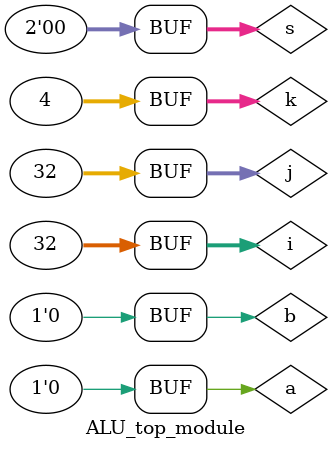
<source format=v>
module ALU_top_module;
integer i,j,k;
reg [4:0] in1,in2;
reg [1:0] s;
wire [5:0] O;
	ALU alu1(in1,in2,s,O);
	initial
begin
	a = 5'b0;
	b = 5'b0;
	s= 2'b0;
	for(k=0 ; k<4 ;k=k+1)
	begin
		for (i = 0; i < 32; i=i+1)
		begin
			for (j = 0; j < 32; j=j+1)
			begin
				#100;
				b = b + 1;
				
			end
			a = a + 1;
		end
	end
end
endmodule
</source>
